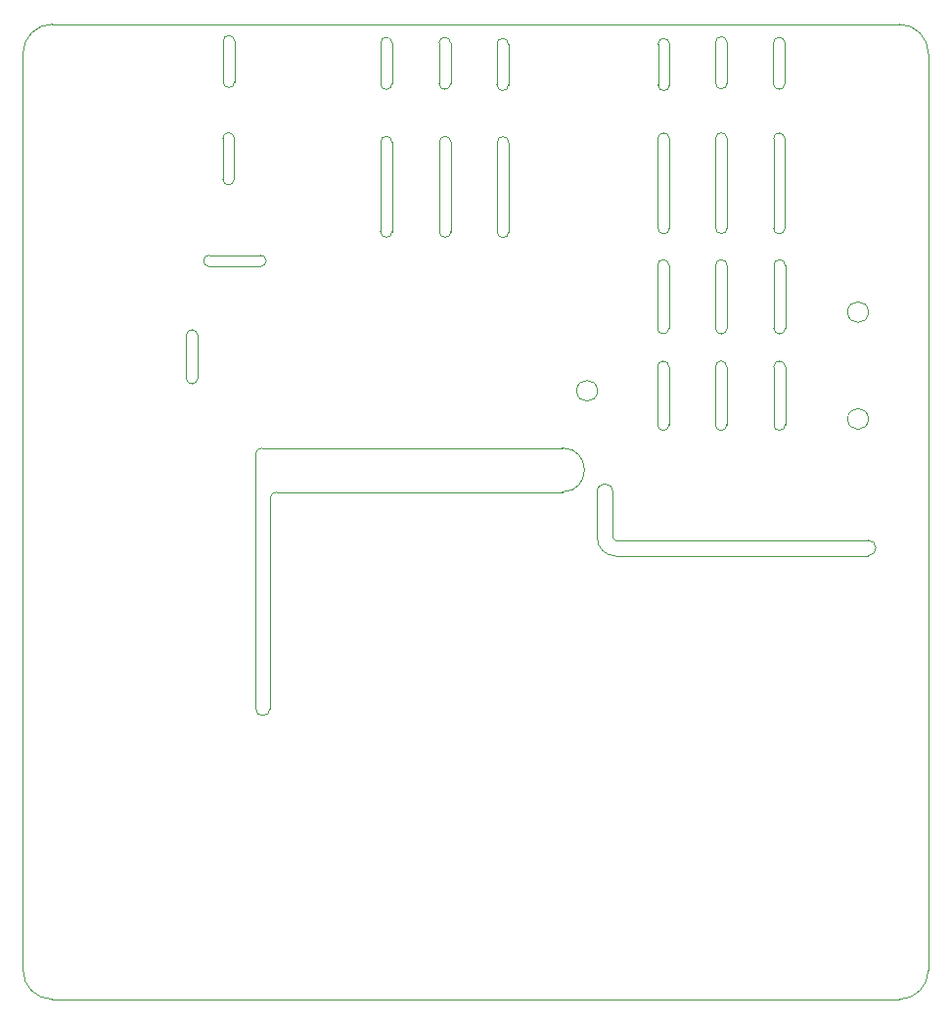
<source format=gm1>
G04 #@! TF.GenerationSoftware,KiCad,Pcbnew,(6.0.5)*
G04 #@! TF.CreationDate,2022-09-18T19:29:40+02:00*
G04 #@! TF.ProjectId,hamodule,68616d6f-6475-46c6-952e-6b696361645f,rev?*
G04 #@! TF.SameCoordinates,Original*
G04 #@! TF.FileFunction,Profile,NP*
%FSLAX46Y46*%
G04 Gerber Fmt 4.6, Leading zero omitted, Abs format (unit mm)*
G04 Created by KiCad (PCBNEW (6.0.5)) date 2022-09-18 19:29:40*
%MOMM*%
%LPD*%
G01*
G04 APERTURE LIST*
G04 #@! TA.AperFunction,Profile*
%ADD10C,0.050000*%
G04 #@! TD*
G04 #@! TA.AperFunction,Profile*
%ADD11C,0.100000*%
G04 #@! TD*
G04 APERTURE END LIST*
D10*
X200977500Y-151701500D02*
G75*
G03*
X203517500Y-149161500I0J2540000D01*
G01*
X203517500Y-149161500D02*
X203517500Y-69913500D01*
X161836500Y-151703500D02*
X127698500Y-151703500D01*
X198321500Y-92265500D02*
G75*
G03*
X198321500Y-92265500I-900000J0D01*
G01*
D11*
X171836500Y-107823000D02*
X147116800Y-107823000D01*
D10*
X200977500Y-67373500D02*
X127698500Y-67373500D01*
D11*
X145846800Y-104013000D02*
X171836500Y-104013000D01*
D10*
X125158500Y-149161500D02*
X125158500Y-69913500D01*
X171836500Y-107823000D02*
G75*
G03*
X171836500Y-104013000I0J1905000D01*
G01*
X125158499Y-149161500D02*
G75*
G03*
X127698500Y-151703500I2542001J0D01*
G01*
X200977500Y-151701500D02*
X161836500Y-151703500D01*
X203517500Y-69913500D02*
G75*
G03*
X200977500Y-67373500I-2540000J0D01*
G01*
X186096050Y-93659550D02*
X186096050Y-88229850D01*
X190100400Y-68999100D02*
X190100400Y-72507500D01*
X174877300Y-99072700D02*
G75*
G03*
X174877300Y-99072700I-900000J0D01*
G01*
X161201750Y-77574300D02*
X161201750Y-85301750D01*
X156115200Y-68999100D02*
X156115200Y-72507500D01*
X174855880Y-111800000D02*
G75*
G03*
X176400000Y-113344120I1544120J0D01*
G01*
X180118200Y-72609100D02*
G75*
G03*
X181114700Y-72609100I498250J0D01*
G01*
X180070350Y-88229850D02*
X180070350Y-93659550D01*
X181114700Y-69100700D02*
G75*
G03*
X180118200Y-69100700I-498250J0D01*
G01*
X142450000Y-77254100D02*
X142450000Y-80762500D01*
X181066850Y-93659550D02*
X181066850Y-88229850D01*
X180070350Y-102000000D02*
G75*
G03*
X181066850Y-102000000I498250J0D01*
G01*
X161169800Y-72507500D02*
G75*
G03*
X162166300Y-72507500I498250J0D01*
G01*
X190103350Y-85009900D02*
G75*
G03*
X191099850Y-85009900I498250J0D01*
G01*
X162198250Y-77574300D02*
G75*
G03*
X161201750Y-77574300I-498250J0D01*
G01*
X145846800Y-104013000D02*
G75*
G03*
X145288000Y-104571800I0J-558800D01*
G01*
X198321500Y-101511100D02*
G75*
G03*
X198321500Y-101511100I-900000J0D01*
G01*
X191125250Y-93659550D02*
X191125250Y-88229850D01*
X185099550Y-93659550D02*
G75*
G03*
X186096050Y-93659550I498250J0D01*
G01*
X162166300Y-68999100D02*
G75*
G03*
X161169800Y-68999100I-498250J0D01*
G01*
X190100400Y-72507500D02*
G75*
G03*
X191096900Y-72507500I498250J0D01*
G01*
X145712375Y-87334375D02*
X141280625Y-87334375D01*
X181066850Y-88229850D02*
G75*
G03*
X180070350Y-88229850I-498250J0D01*
G01*
X190103350Y-77282450D02*
X190103350Y-85009900D01*
X191099850Y-85009900D02*
X191099850Y-77282450D01*
X166173600Y-69100700D02*
X166173600Y-72609100D01*
D11*
X176400000Y-111997919D02*
X198298874Y-111997920D01*
D10*
X176202082Y-107800000D02*
G75*
G03*
X174855880Y-107800000I-673101J-25D01*
G01*
X185074150Y-97000000D02*
X185074150Y-102000000D01*
X147116800Y-107823000D02*
G75*
G03*
X146558000Y-108381800I-100J-558700D01*
G01*
X191125250Y-88229850D02*
G75*
G03*
X190128750Y-88229850I-498250J0D01*
G01*
X145288000Y-104571800D02*
X145288000Y-126542800D01*
X167198250Y-77600000D02*
G75*
G03*
X166201750Y-77600000I-498250J0D01*
G01*
X180106500Y-77270700D02*
X180106500Y-84998150D01*
X156101750Y-85301750D02*
G75*
G03*
X157098250Y-85301750I498250J0D01*
G01*
X166201750Y-77600000D02*
X166201750Y-85327450D01*
X142476500Y-72351900D02*
G75*
G03*
X143473000Y-72351900I498250J0D01*
G01*
X156115200Y-72507500D02*
G75*
G03*
X157111700Y-72507500I498250J0D01*
G01*
X186093100Y-72456700D02*
X186093100Y-68948300D01*
X191125250Y-102000000D02*
X191125250Y-97000000D01*
X180070350Y-97000000D02*
X180070350Y-102000000D01*
X191099850Y-77282450D02*
G75*
G03*
X190103350Y-77282450I-498250J0D01*
G01*
X180118200Y-69100700D02*
X180118200Y-72609100D01*
X190128750Y-97000000D02*
X190128750Y-102000000D01*
X139293600Y-97978750D02*
G75*
G03*
X140290100Y-97978750I498250J0D01*
G01*
D11*
X198298874Y-113344120D02*
X176400000Y-113344120D01*
D10*
X186096050Y-84984500D02*
X186096050Y-77257050D01*
X180106500Y-84998150D02*
G75*
G03*
X181103000Y-84998150I498250J0D01*
G01*
X143473000Y-68843500D02*
G75*
G03*
X142476500Y-68843500I-498250J0D01*
G01*
X161201750Y-85301750D02*
G75*
G03*
X162198250Y-85301750I498250J0D01*
G01*
X143473000Y-72351900D02*
X143473000Y-68843500D01*
X145712375Y-88330825D02*
G75*
G03*
X145712375Y-87334375I25J498225D01*
G01*
X143446500Y-80762500D02*
X143446500Y-77254100D01*
X181103000Y-84998150D02*
X181103000Y-77270700D01*
X143446500Y-77254100D02*
G75*
G03*
X142450000Y-77254100I-498250J0D01*
G01*
X142450000Y-80762500D02*
G75*
G03*
X143446500Y-80762500I498250J0D01*
G01*
X167170100Y-72609100D02*
X167170100Y-69100700D01*
X161169800Y-68999100D02*
X161169800Y-72507500D01*
X185099550Y-88229850D02*
X185099550Y-93659550D01*
X167170100Y-69100700D02*
G75*
G03*
X166173600Y-69100700I-498250J0D01*
G01*
X180070350Y-93659550D02*
G75*
G03*
X181066850Y-93659550I498250J0D01*
G01*
X127698500Y-67373500D02*
G75*
G03*
X125158500Y-69913500I0J-2540000D01*
G01*
X141280625Y-87334325D02*
G75*
G03*
X141280625Y-88330875I-25J-498275D01*
G01*
X139293600Y-94299250D02*
X139293600Y-97978750D01*
X185099550Y-77257050D02*
X185099550Y-84984500D01*
X162166300Y-72507500D02*
X162166300Y-68999100D01*
X157098250Y-77574300D02*
G75*
G03*
X156101750Y-77574300I-498250J0D01*
G01*
X186096050Y-88229850D02*
G75*
G03*
X185099550Y-88229850I-498250J0D01*
G01*
X185096600Y-72456700D02*
G75*
G03*
X186093100Y-72456700I498250J0D01*
G01*
X186093100Y-68948300D02*
G75*
G03*
X185096600Y-68948300I-498250J0D01*
G01*
X145288000Y-126542800D02*
G75*
G03*
X146558000Y-126542800I635000J15614D01*
G01*
X191125250Y-97000000D02*
G75*
G03*
X190128750Y-97000000I-498250J0D01*
G01*
X190128750Y-93659550D02*
G75*
G03*
X191125250Y-93659550I498250J0D01*
G01*
X185099550Y-84984500D02*
G75*
G03*
X186096050Y-84984500I498250J0D01*
G01*
X176202081Y-111800000D02*
G75*
G03*
X176400000Y-111997919I197919J0D01*
G01*
X185074150Y-102000000D02*
G75*
G03*
X186070650Y-102000000I498250J0D01*
G01*
X191096900Y-72507500D02*
X191096900Y-68999100D01*
X186096050Y-77257050D02*
G75*
G03*
X185099550Y-77257050I-498250J0D01*
G01*
X157111700Y-68999100D02*
G75*
G03*
X156115200Y-68999100I-498250J0D01*
G01*
X157111700Y-72507500D02*
X157111700Y-68999100D01*
X142476500Y-68843500D02*
X142476500Y-72351900D01*
X166201750Y-85327450D02*
G75*
G03*
X167198250Y-85327450I498250J0D01*
G01*
X190128750Y-88229850D02*
X190128750Y-93659550D01*
X181066850Y-102000000D02*
X181066850Y-97000000D01*
X174855880Y-111800000D02*
X174855880Y-107800000D01*
X140290100Y-94299250D02*
G75*
G03*
X139293600Y-94299250I-498250J0D01*
G01*
X157098250Y-85301750D02*
X157098250Y-77574300D01*
X198298874Y-113344080D02*
G75*
G03*
X198298874Y-111997920I26J673080D01*
G01*
X176202081Y-107800000D02*
X176202081Y-111800000D01*
X181066850Y-97000000D02*
G75*
G03*
X180070350Y-97000000I-498250J0D01*
G01*
X186070650Y-97000000D02*
G75*
G03*
X185074150Y-97000000I-498250J0D01*
G01*
X191096900Y-68999100D02*
G75*
G03*
X190100400Y-68999100I-498250J0D01*
G01*
X166173600Y-72609100D02*
G75*
G03*
X167170100Y-72609100I498250J0D01*
G01*
X140290100Y-97978750D02*
X140290100Y-94299250D01*
X185096600Y-68948300D02*
X185096600Y-72456700D01*
X186070650Y-102000000D02*
X186070650Y-97000000D01*
X181114700Y-72609100D02*
X181114700Y-69100700D01*
X162198250Y-85301750D02*
X162198250Y-77574300D01*
X146558000Y-126542800D02*
X146558000Y-108381800D01*
X141280625Y-88330875D02*
X145712375Y-88330875D01*
X156101750Y-77574300D02*
X156101750Y-85301750D01*
X181103000Y-77270700D02*
G75*
G03*
X180106500Y-77270700I-498250J0D01*
G01*
X167198250Y-85327450D02*
X167198250Y-77600000D01*
X190128750Y-102000000D02*
G75*
G03*
X191125250Y-102000000I498250J0D01*
G01*
M02*

</source>
